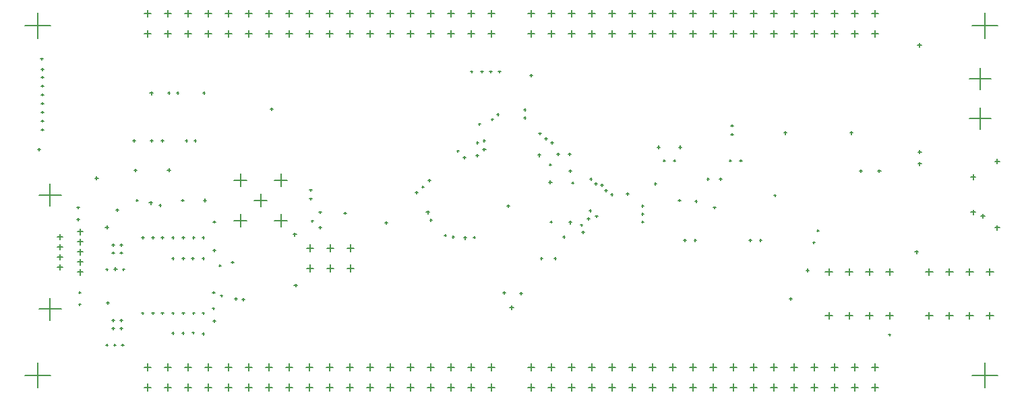
<source format=gbr>
%TF.GenerationSoftware,Altium Limited,Altium Designer,22.1.2 (22)*%
G04 Layer_Color=128*
%FSLAX45Y45*%
%MOMM*%
%TF.SameCoordinates,69A41402-0A08-4178-9E70-C708664AA264*%
%TF.FilePolarity,Positive*%
%TF.FileFunction,Drillmap*%
%TF.Part,Single*%
G01*
G75*
%TA.AperFunction,NonConductor*%
%ADD177C,0.12700*%
D177*
X6963000Y146000D02*
X7053000D01*
X7008000Y101000D02*
Y191000D01*
X7217000Y146000D02*
X7307000D01*
X7262000Y101000D02*
Y191000D01*
X7217000Y400000D02*
X7307000D01*
X7262000Y355000D02*
Y445000D01*
X7471000Y146000D02*
X7561000D01*
X7516000Y101000D02*
Y191000D01*
X7471000Y400000D02*
X7561000D01*
X7516000Y355000D02*
Y445000D01*
X12213000Y1050000D02*
X12303000D01*
X12258000Y1005000D02*
Y1095000D01*
X11959000Y1050000D02*
X12049000D01*
X12004000Y1005000D02*
Y1095000D01*
X11705000Y1050000D02*
X11795000D01*
X11750000Y1005000D02*
Y1095000D01*
X11451000Y1050000D02*
X11541000D01*
X11496000Y1005000D02*
Y1095000D01*
X315000Y1132500D02*
X594000D01*
X454500Y993001D02*
Y1272000D01*
X315000Y2567500D02*
X594000D01*
X454500Y2428000D02*
Y2707000D01*
X800000Y1596000D02*
X871000D01*
X835500Y1560500D02*
Y1631500D01*
X800000Y1723000D02*
X871000D01*
X835500Y1687500D02*
Y1758500D01*
X800000Y1850000D02*
X871000D01*
X835500Y1814500D02*
Y1885500D01*
X800000Y1977000D02*
X871000D01*
X835500Y1941500D02*
Y2012500D01*
X800000Y2104000D02*
X871000D01*
X835500Y2068500D02*
Y2139500D01*
X546000Y1659500D02*
X617000D01*
X581500Y1624000D02*
Y1695000D01*
X546000Y1786500D02*
X617000D01*
X581500Y1751000D02*
Y1822000D01*
X546000Y1913500D02*
X617000D01*
X581500Y1878000D02*
Y1949000D01*
X546000Y2040500D02*
X617000D01*
X581500Y2005000D02*
Y2076000D01*
X12320000Y2155000D02*
X12380000D01*
X12350000Y2125000D02*
Y2185000D01*
X12320000Y2990000D02*
X12380000D01*
X12350000Y2960000D02*
Y3020000D01*
X12017500Y2795000D02*
X12082500D01*
X12050000Y2762500D02*
Y2827500D01*
X12017500Y2350000D02*
X12082500D01*
X12050000Y2317500D02*
Y2382500D01*
X12213000Y1600000D02*
X12303000D01*
X12258000Y1555000D02*
Y1645000D01*
X11959000Y1600000D02*
X12049000D01*
X12004000Y1555000D02*
Y1645000D01*
X11705000Y1600000D02*
X11795000D01*
X11750000Y1555000D02*
Y1645000D01*
X11451000Y1600000D02*
X11541000D01*
X11496000Y1555000D02*
Y1645000D01*
X12005000Y4030000D02*
X12275000D01*
X12140000Y3895000D02*
Y4165000D01*
X12005000Y3530000D02*
X12275000D01*
X12140000Y3395000D02*
Y3665000D01*
X3017508Y2500000D02*
X3182508D01*
X3100008Y2417500D02*
Y2582500D01*
X3271500Y2245992D02*
X3436500D01*
X3354000Y2163492D02*
Y2328492D01*
X3271500Y2753992D02*
X3436500D01*
X3354000Y2671492D02*
Y2836492D01*
X2763500Y2753992D02*
X2928500D01*
X2846000Y2671492D02*
Y2836492D01*
X2763500Y2245992D02*
X2928500D01*
X2846000Y2163492D02*
Y2328492D01*
X5447000Y146000D02*
X5537000D01*
X5492000Y101000D02*
Y191000D01*
X6455000Y146000D02*
X6545000D01*
X6500000Y101000D02*
Y191000D01*
X6455000Y400000D02*
X6545000D01*
X6500000Y355000D02*
Y445000D01*
X6709000Y146000D02*
X6799000D01*
X6754000Y101000D02*
Y191000D01*
X6709000Y400000D02*
X6799000D01*
X6754000Y355000D02*
Y445000D01*
X6963000Y400000D02*
X7053000D01*
X7008000Y355000D02*
Y445000D01*
X7725000Y146000D02*
X7815000D01*
X7770000Y101000D02*
Y191000D01*
X7725000Y400000D02*
X7815000D01*
X7770000Y355000D02*
Y445000D01*
X7979000Y146000D02*
X8069000D01*
X8024000Y101000D02*
Y191000D01*
X7979000Y400000D02*
X8069000D01*
X8024000Y355000D02*
Y445000D01*
X8233000Y146000D02*
X8323000D01*
X8278000Y101000D02*
Y191000D01*
X8233000Y400000D02*
X8323000D01*
X8278000Y355000D02*
Y445000D01*
X8487000Y146000D02*
X8577000D01*
X8532000Y101000D02*
Y191000D01*
X8487000Y400000D02*
X8577000D01*
X8532000Y355000D02*
Y445000D01*
X8741000Y146000D02*
X8831000D01*
X8786000Y101000D02*
Y191000D01*
X8741000Y400000D02*
X8831000D01*
X8786000Y355000D02*
Y445000D01*
X8995000Y146000D02*
X9085000D01*
X9040000Y101000D02*
Y191000D01*
X8995000Y400000D02*
X9085000D01*
X9040000Y355000D02*
Y445000D01*
X9249000Y146000D02*
X9339000D01*
X9294000Y101000D02*
Y191000D01*
X9249000Y400000D02*
X9339000D01*
X9294000Y355000D02*
Y445000D01*
X9503000Y146000D02*
X9593000D01*
X9548000Y101000D02*
Y191000D01*
X9503000Y400000D02*
X9593000D01*
X9548000Y355000D02*
Y445000D01*
X9757000Y146000D02*
X9847000D01*
X9802000Y101000D02*
Y191000D01*
X9757000Y400000D02*
X9847000D01*
X9802000Y355000D02*
Y445000D01*
X10011000Y146000D02*
X10101000D01*
X10056000Y101000D02*
Y191000D01*
X10011000Y400000D02*
X10101000D01*
X10056000Y355000D02*
Y445000D01*
X10265000Y146000D02*
X10355000D01*
X10310000Y101000D02*
Y191000D01*
X10265000Y400000D02*
X10355000D01*
X10310000Y355000D02*
Y445000D01*
X10519000Y146000D02*
X10609000D01*
X10564000Y101000D02*
Y191000D01*
X10519000Y400000D02*
X10609000D01*
X10564000Y355000D02*
Y445000D01*
X10773000Y146000D02*
X10863000D01*
X10818000Y101000D02*
Y191000D01*
X10773000Y400000D02*
X10863000D01*
X10818000Y355000D02*
Y445000D01*
X1637000Y146000D02*
X1727000D01*
X1682000Y101000D02*
Y191000D01*
X1637000Y400000D02*
X1727000D01*
X1682000Y355000D02*
Y445000D01*
X1891000Y146000D02*
X1981000D01*
X1936000Y101000D02*
Y191000D01*
X1891000Y400000D02*
X1981000D01*
X1936000Y355000D02*
Y445000D01*
X2145001Y146000D02*
X2235001D01*
X2190001Y101000D02*
Y191000D01*
X2145000Y400000D02*
X2235000D01*
X2190000Y355000D02*
Y445000D01*
X2399001Y146000D02*
X2489000D01*
X2444000Y101000D02*
Y191000D01*
X2399000Y400000D02*
X2489000D01*
X2444000Y355000D02*
Y445000D01*
X2653000Y146000D02*
X2743000D01*
X2698000Y101000D02*
Y191000D01*
X2653001Y400000D02*
X2743000D01*
X2698000Y355000D02*
Y445000D01*
X2907000Y146000D02*
X2997000D01*
X2952000Y101000D02*
Y191000D01*
X2907000Y400000D02*
X2997000D01*
X2952000Y355000D02*
Y445000D01*
X3161000Y146000D02*
X3251000D01*
X3206000Y101000D02*
Y191000D01*
X3161000Y400000D02*
X3251000D01*
X3206000Y355000D02*
Y445000D01*
X3415000Y146000D02*
X3505000D01*
X3460000Y101000D02*
Y191000D01*
X3415000Y400000D02*
X3505000D01*
X3460000Y355000D02*
Y445000D01*
X3669000Y146000D02*
X3759000D01*
X3714000Y101000D02*
Y191000D01*
X3669000Y400000D02*
X3759000D01*
X3714000Y355000D02*
Y445000D01*
X3923000Y146000D02*
X4013000D01*
X3968000Y101000D02*
Y191000D01*
X3923000Y400000D02*
X4013000D01*
X3968000Y355000D02*
Y445000D01*
X4177000Y146000D02*
X4267000D01*
X4222000Y101000D02*
Y191000D01*
X4177000Y400000D02*
X4267000D01*
X4222000Y355000D02*
Y445000D01*
X4431001Y146000D02*
X4521001D01*
X4476001Y101000D02*
Y191000D01*
X4431001Y400000D02*
X4521000D01*
X4476000Y355000D02*
Y445000D01*
X4685001Y146000D02*
X4775000D01*
X4730000Y101000D02*
Y191000D01*
X4685000Y400000D02*
X4775000D01*
X4730000Y355000D02*
Y445000D01*
X4939000Y146000D02*
X5029000D01*
X4984000Y101000D02*
Y191000D01*
X4939000Y400000D02*
X5029000D01*
X4984000Y355000D02*
Y445000D01*
X5193000Y146000D02*
X5283000D01*
X5238000Y101000D02*
Y191000D01*
X5193000Y400000D02*
X5283000D01*
X5238000Y355000D02*
Y445000D01*
X5447000Y400000D02*
X5537000D01*
X5492000Y355000D02*
Y445000D01*
X5701000Y146000D02*
X5791000D01*
X5746000Y101000D02*
Y191000D01*
X5701000Y400000D02*
X5791000D01*
X5746000Y355000D02*
Y445000D01*
X5955001Y146000D02*
X6045000D01*
X6000000Y101000D02*
Y191000D01*
X5955000Y400000D02*
X6045000D01*
X6000000Y355000D02*
Y445000D01*
X4184000Y1900000D02*
X4274000D01*
X4229000Y1855000D02*
Y1945000D01*
X4184000Y1646000D02*
X4274000D01*
X4229000Y1601000D02*
Y1691000D01*
X3930000Y1900000D02*
X4020000D01*
X3975000Y1855000D02*
Y1945000D01*
X3930000Y1646000D02*
X4020000D01*
X3975000Y1601000D02*
Y1691000D01*
X3676000Y1900000D02*
X3766000D01*
X3721000Y1855000D02*
Y1945000D01*
X3676000Y1646000D02*
X3766000D01*
X3721000Y1601000D02*
Y1691000D01*
X10955000Y1600000D02*
X11045000D01*
X11000000Y1555000D02*
Y1645000D01*
X10701000Y1600000D02*
X10791000D01*
X10746000Y1555000D02*
Y1645000D01*
X10447000Y1600000D02*
X10537000D01*
X10492000Y1555000D02*
Y1645000D01*
X10193000Y1600000D02*
X10283000D01*
X10238000Y1555000D02*
Y1645000D01*
X10955000Y1050000D02*
X11045000D01*
X11000000Y1005000D02*
Y1095000D01*
X10701000Y1050000D02*
X10791000D01*
X10746000Y1005000D02*
Y1095000D01*
X10447000Y1050000D02*
X10537000D01*
X10492000Y1005000D02*
Y1095000D01*
X10193000Y1050000D02*
X10283000D01*
X10238000Y1005000D02*
Y1095000D01*
X6455000Y4596000D02*
X6545000D01*
X6500000Y4551000D02*
Y4641000D01*
X6455000Y4850000D02*
X6545000D01*
X6500000Y4805000D02*
Y4895000D01*
X6709000Y4596000D02*
X6799000D01*
X6754000Y4551000D02*
Y4641000D01*
X6709000Y4850000D02*
X6799000D01*
X6754000Y4805000D02*
Y4895000D01*
X6963000Y4596000D02*
X7053000D01*
X7008000Y4551000D02*
Y4641000D01*
X6963000Y4850000D02*
X7053000D01*
X7008000Y4805000D02*
Y4895000D01*
X7217000Y4596000D02*
X7307000D01*
X7262000Y4551000D02*
Y4641000D01*
X7217000Y4850000D02*
X7307000D01*
X7262000Y4805000D02*
Y4895000D01*
X7471000Y4596000D02*
X7561000D01*
X7516000Y4551000D02*
Y4641000D01*
X7471000Y4850000D02*
X7561000D01*
X7516000Y4805000D02*
Y4895000D01*
X7725000Y4596000D02*
X7815000D01*
X7770000Y4551000D02*
Y4641000D01*
X7725000Y4850000D02*
X7815000D01*
X7770000Y4805000D02*
Y4895000D01*
X7979000Y4596000D02*
X8069000D01*
X8024000Y4551000D02*
Y4641000D01*
X7979000Y4850000D02*
X8069000D01*
X8024000Y4805000D02*
Y4895000D01*
X8233000Y4596000D02*
X8323000D01*
X8278000Y4551000D02*
Y4641000D01*
X8233000Y4850000D02*
X8323000D01*
X8278000Y4805000D02*
Y4895000D01*
X8487000Y4596000D02*
X8577000D01*
X8532000Y4551000D02*
Y4641000D01*
X8487000Y4850000D02*
X8577000D01*
X8532000Y4805000D02*
Y4895000D01*
X8741000Y4596000D02*
X8831000D01*
X8786000Y4551000D02*
Y4641000D01*
X8741000Y4850000D02*
X8831000D01*
X8786000Y4805000D02*
Y4895000D01*
X8995000Y4596000D02*
X9085000D01*
X9040000Y4551000D02*
Y4641000D01*
X8995000Y4850000D02*
X9085000D01*
X9040000Y4805000D02*
Y4895000D01*
X9249000Y4596000D02*
X9339000D01*
X9294000Y4551000D02*
Y4641000D01*
X9249000Y4850000D02*
X9339000D01*
X9294000Y4805000D02*
Y4895000D01*
X9503000Y4596000D02*
X9593000D01*
X9548000Y4551000D02*
Y4641000D01*
X9503000Y4850000D02*
X9593000D01*
X9548000Y4805000D02*
Y4895000D01*
X9757000Y4596000D02*
X9847000D01*
X9802000Y4551000D02*
Y4641000D01*
X9757000Y4850000D02*
X9847000D01*
X9802000Y4805000D02*
Y4895000D01*
X10011000Y4596000D02*
X10101000D01*
X10056000Y4551000D02*
Y4641000D01*
X10011000Y4850000D02*
X10101000D01*
X10056000Y4805000D02*
Y4895000D01*
X10265000Y4596000D02*
X10355000D01*
X10310000Y4551000D02*
Y4641000D01*
X10265000Y4850000D02*
X10355000D01*
X10310000Y4805000D02*
Y4895000D01*
X10519000Y4596000D02*
X10609000D01*
X10564000Y4551000D02*
Y4641000D01*
X10519000Y4850000D02*
X10609000D01*
X10564000Y4805000D02*
Y4895000D01*
X10773000Y4596000D02*
X10863000D01*
X10818000Y4551000D02*
Y4641000D01*
X10773000Y4850000D02*
X10863000D01*
X10818000Y4805000D02*
Y4895000D01*
X1637000Y4596000D02*
X1727000D01*
X1682000Y4551000D02*
Y4641000D01*
X1637000Y4850000D02*
X1727000D01*
X1682000Y4805000D02*
Y4895000D01*
X1891000Y4596000D02*
X1981000D01*
X1936000Y4551000D02*
Y4641000D01*
X1891000Y4850000D02*
X1981000D01*
X1936000Y4805000D02*
Y4895000D01*
X2145000Y4596000D02*
X2235000D01*
X2190000Y4551000D02*
Y4641000D01*
X2145000Y4850000D02*
X2235000D01*
X2190000Y4805000D02*
Y4895000D01*
X2399000Y4596000D02*
X2489000D01*
X2444000Y4551000D02*
Y4641000D01*
X2399000Y4850000D02*
X2489000D01*
X2444000Y4805000D02*
Y4895000D01*
X2653000Y4596000D02*
X2743000D01*
X2698000Y4551000D02*
Y4641000D01*
X2653000Y4850000D02*
X2743000D01*
X2698000Y4805000D02*
Y4895000D01*
X2907000Y4596000D02*
X2997000D01*
X2952000Y4551000D02*
Y4641000D01*
X2907000Y4850000D02*
X2997000D01*
X2952000Y4805000D02*
Y4895000D01*
X3161000Y4596000D02*
X3251000D01*
X3206000Y4551000D02*
Y4641000D01*
X3161000Y4850000D02*
X3251000D01*
X3206000Y4805000D02*
Y4895000D01*
X3415000Y4596000D02*
X3505000D01*
X3460000Y4551000D02*
Y4641000D01*
X3415000Y4850000D02*
X3505000D01*
X3460000Y4805000D02*
Y4895000D01*
X3669000Y4596000D02*
X3759000D01*
X3714000Y4551000D02*
Y4641000D01*
X3669000Y4850000D02*
X3759000D01*
X3714000Y4805000D02*
Y4895000D01*
X3923000Y4596000D02*
X4013000D01*
X3968000Y4551000D02*
Y4641000D01*
X3923000Y4850000D02*
X4013000D01*
X3968000Y4805000D02*
Y4895000D01*
X4177000Y4596000D02*
X4267000D01*
X4222000Y4551000D02*
Y4641000D01*
X4177000Y4850000D02*
X4267000D01*
X4222000Y4805000D02*
Y4895000D01*
X4431000Y4596000D02*
X4521000D01*
X4476000Y4551000D02*
Y4641000D01*
X4431000Y4850000D02*
X4521000D01*
X4476000Y4805000D02*
Y4895000D01*
X4685000Y4596000D02*
X4775000D01*
X4730000Y4551000D02*
Y4641000D01*
X4685000Y4850000D02*
X4775000D01*
X4730000Y4805000D02*
Y4895000D01*
X4939000Y4596000D02*
X5029000D01*
X4984000Y4551000D02*
Y4641000D01*
X4939000Y4850000D02*
X5029000D01*
X4984000Y4805000D02*
Y4895000D01*
X5193000Y4596000D02*
X5283000D01*
X5238000Y4551000D02*
Y4641000D01*
X5193000Y4850000D02*
X5283000D01*
X5238000Y4805000D02*
Y4895000D01*
X5447000Y4596000D02*
X5537000D01*
X5492000Y4551000D02*
Y4641000D01*
X5447000Y4850000D02*
X5537000D01*
X5492000Y4805000D02*
Y4895000D01*
X5701000Y4596000D02*
X5791000D01*
X5746000Y4551000D02*
Y4641000D01*
X5701000Y4850000D02*
X5791000D01*
X5746000Y4805000D02*
Y4895000D01*
X5955000Y4596000D02*
X6045000D01*
X6000000Y4551000D02*
Y4641000D01*
X5955000Y4850000D02*
X6045000D01*
X6000000Y4805000D02*
Y4895000D01*
X8865000Y2770000D02*
X8895000D01*
X8880000Y2755000D02*
Y2785000D01*
X8555000Y2490000D02*
X8585000D01*
X8570000Y2475000D02*
Y2505000D01*
X8705000Y2770000D02*
X8735000D01*
X8720000Y2755000D02*
Y2785000D01*
X8785000Y2410000D02*
X8815000D01*
X8800000Y2395000D02*
Y2425000D01*
X8045000Y2710000D02*
X8075000D01*
X8060000Y2695000D02*
Y2725000D01*
X8345000Y2500000D02*
X8375000D01*
X8360000Y2485000D02*
Y2515000D01*
X7885000Y2430000D02*
X7915000D01*
X7900000Y2415000D02*
Y2445000D01*
X7885000Y2230000D02*
X7915000D01*
X7900000Y2215000D02*
Y2245000D01*
X7005000Y2720000D02*
X7035000D01*
X7020000Y2705000D02*
Y2735000D01*
X7115000Y2190000D02*
X7145000D01*
X7130000Y2175000D02*
Y2205000D01*
X7305000Y2300000D02*
X7335000D01*
X7320000Y2285000D02*
Y2315000D01*
X7225000Y2370000D02*
X7255000D01*
X7240000Y2355000D02*
Y2385000D01*
X7885000Y2330000D02*
X7915000D01*
X7900000Y2315000D02*
Y2345000D01*
X6615000Y1770000D02*
X6645000D01*
X6630000Y1755000D02*
Y1785000D01*
X6785000Y1770000D02*
X6815000D01*
X6800000Y1755000D02*
Y1785000D01*
X1256568Y1636568D02*
X1296568D01*
X1276568Y1616569D02*
Y1656568D01*
X1365000Y1630000D02*
X1395000D01*
X1380000Y1615000D02*
Y1645000D01*
X3520000Y1430000D02*
X3560000D01*
X3540000Y1410000D02*
Y1450000D01*
X6145009Y1337500D02*
X6175009D01*
X6160009Y1322501D02*
Y1352500D01*
X6355000Y1330000D02*
X6385000D01*
X6370000Y1315000D02*
Y1345000D01*
X9950000Y1620000D02*
X9990000D01*
X9970000Y1600000D02*
Y1640000D01*
X10035000Y1970000D02*
X10065000D01*
X10050000Y1955000D02*
Y1985000D01*
X1020000Y2780000D02*
X1060000D01*
X1040000Y2760000D02*
Y2800000D01*
X3715000Y2520000D02*
X3745000D01*
X3730000Y2505000D02*
Y2535000D01*
X3510000Y2070000D02*
X3550000D01*
X3530000Y2050000D02*
Y2090000D01*
X2505000Y2230000D02*
X2535000D01*
X2520000Y2215000D02*
Y2245000D01*
X8080000Y3170000D02*
X8120000D01*
X8100000Y3150000D02*
Y3190000D01*
X8350000Y3170000D02*
X8390000D01*
X8370000Y3150000D02*
Y3190000D01*
X6975000Y2870000D02*
X7005000D01*
X6990000Y2855000D02*
Y2885000D01*
X9670000Y3350000D02*
X9710000D01*
X9690000Y3330000D02*
Y3370000D01*
X10500000Y3350000D02*
X10540000D01*
X10520000Y3330000D02*
Y3370000D01*
X9546265Y2561265D02*
X9576265D01*
X9561265Y2546265D02*
Y2576265D01*
X10085000Y2120000D02*
X10115000D01*
X10100000Y2105000D02*
Y2135000D01*
X6595000Y3340000D02*
X6625000D01*
X6610000Y3325000D02*
Y3355000D01*
X6580000Y3070000D02*
X6620000D01*
X6600000Y3050000D02*
Y3090000D01*
X6745000Y3225000D02*
X6775000D01*
X6760000Y3210000D02*
Y3240000D01*
X6822978Y3080000D02*
X6852978D01*
X6837978Y3065000D02*
Y3095000D01*
X6670040Y3274960D02*
X6700040D01*
X6685040Y3259960D02*
Y3289960D01*
X6725000Y2950000D02*
X6755000D01*
X6740000Y2935000D02*
Y2965000D01*
X6965000Y3080000D02*
X6995000D01*
X6980000Y3065000D02*
Y3095000D01*
X5805000Y3062500D02*
X5835000D01*
X5820000Y3047500D02*
Y3077500D01*
X11320000Y1850000D02*
X11360000D01*
X11340000Y1830000D02*
Y1870000D01*
X2735000Y1722500D02*
X2765000D01*
X2750000Y1707500D02*
Y1737500D01*
X2575000Y1680000D02*
X2605000D01*
X2590000Y1665000D02*
Y1695000D01*
X2365000Y1770000D02*
X2395000D01*
X2380000Y1755000D02*
Y1785000D01*
X1985000Y1770000D02*
X2015000D01*
X2000000Y1755000D02*
Y1785000D01*
X2235000Y1770000D02*
X2265000D01*
X2250000Y1755000D02*
Y1785000D01*
X2115000Y1770000D02*
X2145000D01*
X2130000Y1755000D02*
Y1785000D01*
X2244794Y2029998D02*
X2274794D01*
X2259794Y2014999D02*
Y2044998D01*
X1855000Y2030000D02*
X1885000D01*
X1870000Y2015000D02*
Y2045000D01*
X2505916Y1871406D02*
X2535916D01*
X2520916Y1856406D02*
Y1886406D01*
X2868735Y1253735D02*
X2898735D01*
X2883735Y1238735D02*
Y1268735D01*
X2595000Y1300000D02*
X2625000D01*
X2610000Y1285000D02*
Y1315000D01*
X2495000Y1340000D02*
X2525000D01*
X2510000Y1325000D02*
Y1355000D01*
X2775000Y1260000D02*
X2805000D01*
X2790000Y1245000D02*
Y1275000D01*
X2492485Y1140015D02*
X2522485D01*
X2507485Y1125015D02*
Y1155015D01*
X2504969Y982500D02*
X2534969D01*
X2519969Y967500D02*
Y997500D01*
X5895000Y3250000D02*
X5925000D01*
X5910000Y3235000D02*
Y3265000D01*
X2044999Y3850000D02*
X2074999D01*
X2059999Y3835000D02*
Y3865000D01*
X5809936Y3224936D02*
X5839936D01*
X5824936Y3209936D02*
Y3239936D01*
X2365000Y822499D02*
X2395000D01*
X2380000Y807500D02*
Y837499D01*
X2239000Y834000D02*
X2269000D01*
X2254000Y819000D02*
Y849000D01*
X2112000Y830000D02*
X2142000D01*
X2127000Y815000D02*
Y845000D01*
X1985000Y830000D02*
X2015000D01*
X2000000Y815000D02*
Y845000D01*
X1985000Y1080000D02*
X2015000D01*
X2000000Y1065000D02*
Y1095000D01*
X1930000Y2880000D02*
X1970000D01*
X1950000Y2860000D02*
Y2900000D01*
X1515000Y2880000D02*
X1545000D01*
X1530000Y2865000D02*
Y2895000D01*
X1700000Y2470000D02*
X1740000D01*
X1720000Y2450000D02*
Y2490000D01*
X1535000Y2500000D02*
X1565000D01*
X1550000Y2485000D02*
Y2515000D01*
X1150000Y2160000D02*
X1190000D01*
X1170000Y2140000D02*
Y2180000D01*
X6735000Y2230000D02*
X6765000D01*
X6750000Y2215000D02*
Y2245000D01*
X6720000Y2730000D02*
X6760000D01*
X6740000Y2710000D02*
Y2750000D01*
X7295000Y2710000D02*
X7325000D01*
X7310000Y2695000D02*
Y2725000D01*
X5205000Y2750000D02*
X5235000D01*
X5220000Y2735000D02*
Y2765000D01*
X5125000Y2670000D02*
X5155000D01*
X5140000Y2655000D02*
Y2685000D01*
X2244896Y1079896D02*
X2274896D01*
X2259896Y1064896D02*
Y1094896D01*
X2365000Y1080000D02*
X2395000D01*
X2380000Y1065000D02*
Y1095000D01*
X2365000Y2030000D02*
X2395000D01*
X2380000Y2015000D02*
Y2045000D01*
X1255000Y680000D02*
X1285000D01*
X1270000Y665000D02*
Y695000D01*
X815000Y1190000D02*
X845000D01*
X830000Y1175000D02*
Y1205000D01*
X815000Y1340000D02*
X845000D01*
X830000Y1325000D02*
Y1355000D01*
X795000Y2260000D02*
X825000D01*
X810000Y2245000D02*
Y2275000D01*
X795000Y2410000D02*
X825000D01*
X810000Y2395000D02*
Y2425000D01*
X1735000Y1080000D02*
X1765000D01*
X1750000Y1065000D02*
Y1095000D01*
X5650000Y2030000D02*
X5690000D01*
X5670000Y2010000D02*
Y2050000D01*
X5505000Y2040000D02*
X5535000D01*
X5520000Y2025000D02*
Y2055000D01*
X5770104Y2035104D02*
X5800104D01*
X5785104Y2020104D02*
Y2050104D01*
X7205000Y2270000D02*
X7235000D01*
X7220000Y2255000D02*
Y2285000D01*
X2380000Y2500000D02*
X2420000D01*
X2400000Y2480000D02*
Y2520000D01*
X3735000Y2240000D02*
X3765000D01*
X3750000Y2225000D02*
Y2255000D01*
X1155000Y1630000D02*
X1185000D01*
X1170000Y1615000D02*
Y1645000D01*
X1165000Y1210000D02*
X1195000D01*
X1180000Y1195000D02*
Y1225000D01*
X1155000Y680000D02*
X1185000D01*
X1170000Y665000D02*
Y695000D01*
X1355000Y680000D02*
X1385000D01*
X1370000Y665000D02*
Y695000D01*
X2115000Y2030000D02*
X2145000D01*
X2130000Y2015000D02*
Y2045000D01*
X1605000Y2030000D02*
X1635000D01*
X1620000Y2015000D02*
Y2045000D01*
X1735000Y2030000D02*
X1765000D01*
X1750000Y2015000D02*
Y2045000D01*
X1985000Y2030000D02*
X2015000D01*
X2000000Y2015000D02*
Y2045000D01*
X1855000Y1080000D02*
X1885000D01*
X1870000Y1065000D02*
Y1095000D01*
X2115000Y1080000D02*
X2145000D01*
X2130000Y1065000D02*
Y1095000D01*
X7235000Y2770000D02*
X7265000D01*
X7250000Y2755000D02*
Y2785000D01*
X8415000Y2000000D02*
X8445000D01*
X8430000Y1985000D02*
Y2015000D01*
X9745000Y1260000D02*
X9775000D01*
X9760000Y1245000D02*
Y1275000D01*
X10985000Y810000D02*
X11015000D01*
X11000000Y795000D02*
Y825000D01*
X7375000Y2690000D02*
X7405000D01*
X7390000Y2675000D02*
Y2705000D01*
X7135000Y2100000D02*
X7165000D01*
X7150000Y2085000D02*
Y2115000D01*
X7425046Y2625069D02*
X7455046D01*
X7440046Y2610069D02*
Y2640069D01*
X9005000Y3440000D02*
X9035000D01*
X9020000Y3425000D02*
Y3455000D01*
X6485000Y4070000D02*
X6515000D01*
X6500000Y4055000D02*
Y4085000D01*
X7695000Y2580000D02*
X7725000D01*
X7710000Y2565000D02*
Y2595000D01*
X1710000Y3850000D02*
X1750000D01*
X1730000Y3830000D02*
Y3870000D01*
X1935000Y3850000D02*
X1965000D01*
X1950000Y3835000D02*
Y3865000D01*
X1495000Y3250000D02*
X1525000D01*
X1510000Y3235000D02*
Y3265000D01*
X5995634Y3519550D02*
X6025634D01*
X6010634Y3504550D02*
Y3534550D01*
X5565000Y3120000D02*
X5595000D01*
X5580000Y3105000D02*
Y3135000D01*
X5835000Y3460000D02*
X5865000D01*
X5850000Y3445000D02*
Y3475000D01*
X6405000Y3640000D02*
X6435000D01*
X6420000Y3625000D02*
Y3655000D01*
X6403808Y3538723D02*
X6433808D01*
X6418808Y3523723D02*
Y3553723D01*
X3835000Y2160000D02*
X3865000D01*
X3850000Y2145000D02*
Y2175000D01*
X2155000Y3250000D02*
X2185000D01*
X2170000Y3235000D02*
Y3265000D01*
X1855000Y3250000D02*
X1885000D01*
X1870000Y3235000D02*
Y3265000D01*
X5225000Y2250000D02*
X5255000D01*
X5240000Y2235000D02*
Y2265000D01*
X5180000Y2350000D02*
X5220000D01*
X5200000Y2330000D02*
Y2370000D01*
X5045000Y2600000D02*
X5075000D01*
X5060000Y2585000D02*
Y2615000D01*
X1825000Y2440000D02*
X1855000D01*
X1840000Y2425000D02*
Y2455000D01*
X3715000Y2630000D02*
X3745000D01*
X3730000Y2615000D02*
Y2645000D01*
X3835000Y2350000D02*
X3865000D01*
X3850000Y2335000D02*
Y2365000D01*
X4145000Y2340000D02*
X4175000D01*
X4160000Y2325000D02*
Y2355000D01*
X345000Y4150000D02*
X375000D01*
X360000Y4135000D02*
Y4165000D01*
X6065000Y3580000D02*
X6095000D01*
X6080000Y3565000D02*
Y3595000D01*
X3225000Y3650000D02*
X3255000D01*
X3240000Y3635000D02*
Y3665000D01*
X345000Y3390000D02*
X375000D01*
X360000Y3375000D02*
Y3405000D01*
X345000Y3500000D02*
X375000D01*
X360000Y3485000D02*
Y3515000D01*
X345000Y3610000D02*
X375000D01*
X360000Y3595000D02*
Y3625000D01*
X345000Y3830000D02*
X375000D01*
X360000Y3815000D02*
Y3845000D01*
X345000Y4050000D02*
X375000D01*
X360000Y4035000D02*
Y4065000D01*
X305000Y3140000D02*
X335000D01*
X320000Y3125000D02*
Y3155000D01*
X335000Y4280000D02*
X365000D01*
X350000Y4265000D02*
Y4295000D01*
X345000Y3720000D02*
X375000D01*
X360000Y3705000D02*
Y3735000D01*
X345000Y3940000D02*
X375000D01*
X360000Y3925000D02*
Y3955000D01*
X7497500Y2572500D02*
X7527500D01*
X7512500Y2557500D02*
Y2587500D01*
X8545000Y2000000D02*
X8575000D01*
X8560000Y1985000D02*
Y2015000D01*
X8155000Y3000000D02*
X8185000D01*
X8170000Y2985000D02*
Y3015000D01*
X8285000Y3000000D02*
X8315000D01*
X8300000Y2985000D02*
Y3015000D01*
X8985000Y3000000D02*
X9015000D01*
X9000000Y2985000D02*
Y3015000D01*
X9115000Y3000000D02*
X9145000D01*
X9130000Y2985000D02*
Y3015000D01*
X9235000Y2000000D02*
X9265000D01*
X9250000Y1985000D02*
Y2015000D01*
X9365000Y2000000D02*
X9395000D01*
X9380000Y1985000D02*
Y2015000D01*
X9005000Y3330000D02*
X9035000D01*
X9020000Y3315000D02*
Y3345000D01*
X1285000Y2380000D02*
X1315000D01*
X1300000Y2365000D02*
Y2395000D01*
X2105000Y2500000D02*
X2135000D01*
X2120000Y2485000D02*
Y2515000D01*
X11360000Y3110000D02*
X11400000D01*
X11380000Y3090000D02*
Y3130000D01*
X11360000Y2960000D02*
X11400000D01*
X11380000Y2940000D02*
Y2980000D01*
X10850000Y2870000D02*
X10890000D01*
X10870000Y2850000D02*
Y2890000D01*
X10620000Y2870000D02*
X10660000D01*
X10640000Y2850000D02*
Y2890000D01*
X11350000Y4450000D02*
X11400000D01*
X11375000Y4425000D02*
Y4475000D01*
X12150000Y2300000D02*
X12200000D01*
X12175000Y2275000D02*
Y2325000D01*
X1604000Y1081000D02*
X1634000D01*
X1619000Y1066000D02*
Y1096000D01*
X2264999Y3249999D02*
X2294999D01*
X2279999Y3234999D02*
Y3264999D01*
X1715104Y3249896D02*
X1745103D01*
X1730103Y3234896D02*
Y3264896D01*
X2375000Y3850000D02*
X2405000D01*
X2390000Y3835000D02*
Y3865000D01*
X5405000Y2060000D02*
X5435000D01*
X5420000Y2045000D02*
Y2075000D01*
X6195000Y2430000D02*
X6225000D01*
X6210000Y2415000D02*
Y2445000D01*
X4665000Y2220000D02*
X4695000D01*
X4680000Y2205000D02*
Y2235000D01*
X5735000Y4120000D02*
X5765000D01*
X5750000Y4105000D02*
Y4135000D01*
X5865000Y4120000D02*
X5895000D01*
X5880000Y4105000D02*
Y4135000D01*
X6085000Y4120000D02*
X6115000D01*
X6100000Y4105000D02*
Y4135000D01*
X5975000Y4120000D02*
X6005000D01*
X5990000Y4105000D02*
Y4135000D01*
X5645000Y3040000D02*
X5675000D01*
X5660000Y3025000D02*
Y3055000D01*
X6895000Y2040000D02*
X6925000D01*
X6910000Y2025000D02*
Y2055000D01*
X6970000Y2222530D02*
X7010000D01*
X6990000Y2202531D02*
Y2242530D01*
X5890000Y3140000D02*
X5930000D01*
X5910000Y3120000D02*
Y3160000D01*
X6225000Y1150000D02*
X6275000D01*
X6250000Y1125000D02*
Y1175000D01*
X1335000Y1840000D02*
X1365000D01*
X1350000Y1825000D02*
Y1855000D01*
X1335000Y1940000D02*
X1365000D01*
X1350000Y1925000D02*
Y1955000D01*
X1235000Y1840000D02*
X1265000D01*
X1250000Y1825000D02*
Y1855000D01*
X1235000Y1940000D02*
X1265000D01*
X1250000Y1925000D02*
Y1955000D01*
X1335000Y890001D02*
X1365000D01*
X1350000Y875001D02*
Y905000D01*
X1335000Y990000D02*
X1365000D01*
X1350000Y975000D02*
Y1005000D01*
X1235000Y890000D02*
X1265000D01*
X1250000Y875000D02*
Y905000D01*
X1235000Y990000D02*
X1265000D01*
X1250000Y975000D02*
Y1005000D01*
X12040000Y300000D02*
X12360000D01*
X12200000Y140000D02*
Y460000D01*
X12040000Y4700000D02*
X12360000D01*
X12200000Y4540000D02*
Y4860000D01*
X140000Y300000D02*
X460000D01*
X300000Y140000D02*
Y460000D01*
X140000Y4700000D02*
X460000D01*
X300000Y4540000D02*
Y4860000D01*
%TF.MD5,62e710e796ee74e0cb613b1ca7c52606*%
M02*

</source>
